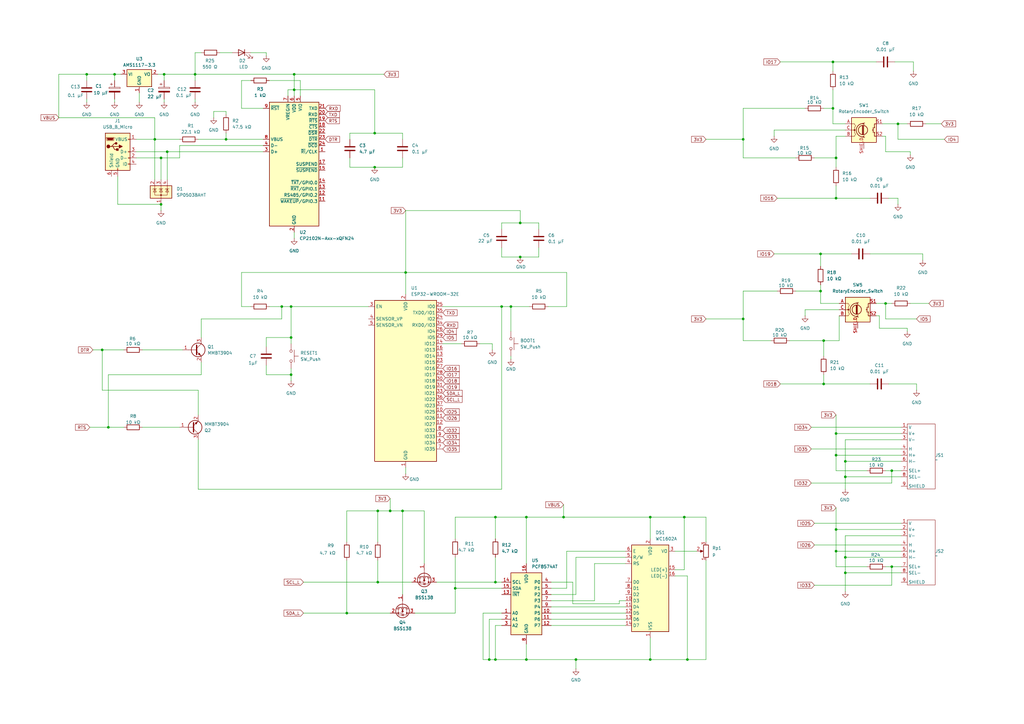
<source format=kicad_sch>
(kicad_sch (version 20250114) (generator "eeschema") (generator_version "9.0")
  (paper "A3")
  (junction (at 236.22 270.51))
  (junction (at 203.2 270.51))
  (junction (at 153.67 54.61))
  (junction (at 281.94 270.51))
  (junction (at 80.01 30.48))
  (junction (at 342.9 64.77))
  (junction (at 304.8 130.81))
  (junction (at 160.02 209.55))
  (junction (at 165.1 209.55))
  (junction (at 68.58 62.23))
  (junction (at 363.22 124.46))
  (junction (at 200.66 270.51))
  (junction (at 203.2 212.09))
  (junction (at 120.65 36.83))
  (junction (at 266.7 212.09))
  (junction (at 154.94 238.76))
  (junction (at 368.3 50.8))
  (junction (at 231.14 212.09))
  (junction (at 337.82 157.48))
  (junction (at 153.67 68.58))
  (junction (at 41.91 143.51))
  (junction (at 205.74 125.73))
  (junction (at 365.76 232.41))
  (junction (at 213.36 105.41))
  (junction (at 209.55 125.73))
  (junction (at 44.45 175.26))
  (junction (at 341.63 25.4))
  (junction (at 280.67 212.09))
  (junction (at 346.71 228.6))
  (junction (at 203.2 238.76))
  (junction (at 215.9 270.51))
  (junction (at 46.99 30.48))
  (junction (at 186.69 241.3))
  (junction (at 266.7 270.51))
  (junction (at 154.94 209.55))
  (junction (at 92.71 57.15))
  (junction (at 342.9 186.69))
  (junction (at 142.24 251.46))
  (junction (at 213.36 91.44))
  (junction (at 35.56 30.48))
  (junction (at 215.9 212.09))
  (junction (at 119.38 138.43))
  (junction (at 66.04 64.77))
  (junction (at 342.9 226.06))
  (junction (at 341.63 44.45))
  (junction (at 342.9 81.28))
  (junction (at 66.04 83.82))
  (junction (at 342.9 217.17))
  (junction (at 337.82 139.7))
  (junction (at 346.71 234.95))
  (junction (at 67.31 30.48))
  (junction (at 346.71 195.58))
  (junction (at 120.65 30.48))
  (junction (at 342.9 177.8))
  (junction (at 166.37 111.76))
  (junction (at 336.55 119.38))
  (junction (at 119.38 125.73))
  (junction (at 346.71 189.23))
  (junction (at 304.8 57.15))
  (junction (at 365.76 193.04))
  (junction (at 63.5 57.15))
  (junction (at 115.57 125.73))
  (junction (at 336.55 104.14))
  (junction (at 119.38 153.67))
  (wire (pts (xy 289.56 229.87) (xy 289.56 270.51)))
  (wire (pts (xy 41.91 160.02) (xy 41.91 143.51)))
  (wire (pts (xy 220.98 105.41) (xy 213.36 105.41)))
  (wire (pts (xy 82.55 138.43) (xy 82.55 130.81)))
  (wire (pts (xy 24.13 30.48) (xy 35.56 30.48)))
  (wire (pts (xy 201.93 140.97) (xy 201.93 143.51)))
  (wire (pts (xy 342.9 217.17) (xy 369.57 217.17)))
  (wire (pts (xy 231.14 212.09) (xy 266.7 212.09)))
  (wire (pts (xy 68.58 62.23) (xy 107.95 62.23)))
  (wire (pts (xy 374.65 25.4) (xy 367.03 25.4)))
  (wire (pts (xy 365.76 198.12) (xy 365.76 193.04)))
  (wire (pts (xy 87.63 45.72) (xy 87.63 48.26)))
  (wire (pts (xy 102.87 33.02) (xy 99.06 33.02)))
  (wire (pts (xy 203.2 228.6) (xy 203.2 238.76)))
  (wire (pts (xy 119.38 153.67) (xy 119.38 156.21)))
  (wire (pts (xy 346.71 180.34) (xy 346.71 189.23)))
  (wire (pts (xy 102.87 125.73) (xy 99.06 125.73)))
  (wire (pts (xy 82.55 21.59) (xy 80.01 21.59)))
  (wire (pts (xy 160.02 204.47) (xy 160.02 209.55)))
  (wire (pts (xy 153.67 54.61) (xy 165.1 54.61)))
  (wire (pts (xy 363.22 130.81) (xy 363.22 124.46)))
  (wire (pts (xy 120.65 30.48) (xy 157.48 30.48)))
  (wire (pts (xy 170.18 251.46) (xy 186.69 251.46)))
  (wire (pts (xy 165.1 54.61) (xy 165.1 57.15)))
  (wire (pts (xy 173.99 231.14) (xy 173.99 209.55)))
  (wire (pts (xy 346.71 228.6) (xy 369.57 228.6)))
  (wire (pts (xy 168.91 238.76) (xy 154.94 238.76)))
  (wire (pts (xy 360.68 134.62) (xy 372.11 134.62)))
  (wire (pts (xy 336.55 104.14) (xy 317.5 104.14)))
  (wire (pts (xy 213.36 91.44) (xy 220.98 91.44)))
  (wire (pts (xy 166.37 86.36) (xy 166.37 111.76)))
  (wire (pts (xy 337.82 157.48) (xy 337.82 153.67)))
  (wire (pts (xy 373.38 124.46) (xy 381 124.46)))
  (wire (pts (xy 123.19 39.37) (xy 123.19 33.02)))
  (wire (pts (xy 342.9 64.77) (xy 342.9 68.58)))
  (wire (pts (xy 363.22 124.46) (xy 365.76 124.46)))
  (wire (pts (xy 337.82 157.48) (xy 356.87 157.48)))
  (wire (pts (xy 276.86 226.06) (xy 285.75 226.06)))
  (wire (pts (xy 110.49 33.02) (xy 123.19 33.02)))
  (wire (pts (xy 236.22 270.51) (xy 236.22 274.32)))
  (wire (pts (xy 209.55 125.73) (xy 209.55 135.89)))
  (wire (pts (xy 165.1 68.58) (xy 153.67 68.58)))
  (wire (pts (xy 368.3 83.82) (xy 368.3 81.28)))
  (wire (pts (xy 120.65 97.79) (xy 120.65 95.25)))
  (wire (pts (xy 281.94 270.51) (xy 266.7 270.51)))
  (wire (pts (xy 346.71 228.6) (xy 346.71 234.95)))
  (wire (pts (xy 231.14 207.01) (xy 231.14 212.09)))
  (wire (pts (xy 334.01 214.63) (xy 369.57 214.63)))
  (wire (pts (xy 143.51 54.61) (xy 153.67 54.61)))
  (wire (pts (xy 215.9 212.09) (xy 231.14 212.09)))
  (wire (pts (xy 58.42 175.26) (xy 73.66 175.26)))
  (wire (pts (xy 198.12 251.46) (xy 198.12 270.51)))
  (wire (pts (xy 304.8 139.7) (xy 316.23 139.7)))
  (wire (pts (xy 344.17 127) (xy 330.2 127)))
  (wire (pts (xy 359.41 25.4) (xy 341.63 25.4)))
  (wire (pts (xy 254 246.38) (xy 256.54 246.38)))
  (wire (pts (xy 226.06 256.54) (xy 256.54 256.54)))
  (wire (pts (xy 361.95 50.8) (xy 368.3 50.8)))
  (wire (pts (xy 63.5 48.26) (xy 63.5 57.15)))
  (wire (pts (xy 57.15 38.1) (xy 57.15 41.91)))
  (wire (pts (xy 317.5 55.88) (xy 317.5 53.34)))
  (wire (pts (xy 68.58 62.23) (xy 68.58 73.66)))
  (wire (pts (xy 304.8 130.81) (xy 304.8 119.38)))
  (wire (pts (xy 332.74 198.12) (xy 365.76 198.12)))
  (wire (pts (xy 359.41 124.46) (xy 363.22 124.46)))
  (wire (pts (xy 119.38 125.73) (xy 119.38 138.43)))
  (wire (pts (xy 82.55 148.59) (xy 82.55 153.67)))
  (wire (pts (xy 226.06 251.46) (xy 256.54 251.46)))
  (wire (pts (xy 289.56 57.15) (xy 304.8 57.15)))
  (wire (pts (xy 344.17 139.7) (xy 344.17 129.54)))
  (wire (pts (xy 205.74 254) (xy 200.66 254)))
  (wire (pts (xy 346.71 234.95) (xy 346.71 242.57)))
  (wire (pts (xy 342.9 76.2) (xy 342.9 81.28)))
  (wire (pts (xy 115.57 130.81) (xy 115.57 125.73)))
  (wire (pts (xy 24.13 48.26) (xy 63.5 48.26)))
  (wire (pts (xy 373.38 62.23) (xy 373.38 63.5)))
  (wire (pts (xy 342.9 226.06) (xy 369.57 226.06)))
  (wire (pts (xy 341.63 50.8) (xy 346.71 50.8)))
  (wire (pts (xy 203.2 212.09) (xy 215.9 212.09)))
  (wire (pts (xy 203.2 256.54) (xy 203.2 270.51)))
  (wire (pts (xy 337.82 139.7) (xy 344.17 139.7)))
  (wire (pts (xy 232.41 226.06) (xy 232.41 241.3)))
  (wire (pts (xy 387.35 57.15) (xy 368.3 57.15)))
  (wire (pts (xy 368.3 57.15) (xy 368.3 50.8)))
  (wire (pts (xy 209.55 146.05) (xy 209.55 147.32)))
  (wire (pts (xy 186.69 220.98) (xy 186.69 212.09)))
  (wire (pts (xy 341.63 36.83) (xy 341.63 44.45)))
  (wire (pts (xy 109.22 138.43) (xy 109.22 142.24)))
  (wire (pts (xy 336.55 119.38) (xy 336.55 124.46)))
  (wire (pts (xy 63.5 57.15) (xy 73.66 57.15)))
  (wire (pts (xy 55.88 64.77) (xy 66.04 64.77)))
  (wire (pts (xy 81.28 180.34) (xy 81.28 200.66)))
  (wire (pts (xy 266.7 270.51) (xy 236.22 270.51)))
  (wire (pts (xy 119.38 151.13) (xy 119.38 153.67)))
  (wire (pts (xy 205.74 256.54) (xy 203.2 256.54)))
  (wire (pts (xy 337.82 139.7) (xy 337.82 146.05)))
  (wire (pts (xy 154.94 229.87) (xy 154.94 238.76)))
  (wire (pts (xy 304.8 64.77) (xy 326.39 64.77)))
  (wire (pts (xy 63.5 57.15) (xy 63.5 73.66)))
  (wire (pts (xy 55.88 62.23) (xy 68.58 62.23)))
  (wire (pts (xy 209.55 125.73) (xy 217.17 125.73)))
  (wire (pts (xy 337.82 44.45) (xy 341.63 44.45)))
  (wire (pts (xy 44.45 175.26) (xy 36.83 175.26)))
  (wire (pts (xy 276.86 236.22) (xy 281.94 236.22)))
  (wire (pts (xy 186.69 241.3) (xy 205.74 241.3)))
  (wire (pts (xy 99.06 33.02) (xy 99.06 44.45)))
  (wire (pts (xy 336.55 116.84) (xy 336.55 119.38)))
  (wire (pts (xy 196.85 140.97) (xy 201.93 140.97)))
  (wire (pts (xy 110.49 125.73) (xy 115.57 125.73)))
  (wire (pts (xy 205.74 91.44) (xy 213.36 91.44)))
  (wire (pts (xy 360.68 129.54) (xy 359.41 129.54)))
  (wire (pts (xy 179.07 238.76) (xy 203.2 238.76)))
  (wire (pts (xy 342.9 177.8) (xy 369.57 177.8)))
  (wire (pts (xy 365.76 240.03) (xy 365.76 232.41)))
  (wire (pts (xy 243.84 231.14) (xy 256.54 231.14)))
  (wire (pts (xy 330.2 127) (xy 330.2 129.54)))
  (wire (pts (xy 234.95 247.65) (xy 254 247.65)))
  (wire (pts (xy 80.01 30.48) (xy 120.65 30.48)))
  (wire (pts (xy 143.51 68.58) (xy 153.67 68.58)))
  (wire (pts (xy 226.06 241.3) (xy 232.41 241.3)))
  (wire (pts (xy 226.06 243.84) (xy 236.22 243.84)))
  (wire (pts (xy 166.37 111.76) (xy 232.41 111.76)))
  (wire (pts (xy 342.9 55.88) (xy 346.71 55.88)))
  (wire (pts (xy 166.37 86.36) (xy 213.36 86.36)))
  (wire (pts (xy 375.92 160.02) (xy 375.92 157.48)))
  (wire (pts (xy 120.65 36.83) (xy 153.67 36.83)))
  (wire (pts (xy 50.8 175.26) (xy 44.45 175.26)))
  (wire (pts (xy 66.04 64.77) (xy 73.66 64.77)))
  (wire (pts (xy 186.69 241.3) (xy 186.69 228.6)))
  (wire (pts (xy 154.94 222.25) (xy 154.94 209.55)))
  (wire (pts (xy 318.77 81.28) (xy 342.9 81.28)))
  (wire (pts (xy 342.9 208.28) (xy 342.9 217.17)))
  (wire (pts (xy 289.56 222.25) (xy 289.56 212.09)))
  (wire (pts (xy 66.04 83.82) (xy 66.04 86.36)))
  (wire (pts (xy 232.41 125.73) (xy 224.79 125.73)))
  (wire (pts (xy 363.22 62.23) (xy 363.22 55.88)))
  (wire (pts (xy 35.56 40.64) (xy 35.56 41.91)))
  (wire (pts (xy 92.71 57.15) (xy 107.95 57.15)))
  (wire (pts (xy 346.71 219.71) (xy 346.71 228.6)))
  (wire (pts (xy 173.99 209.55) (xy 165.1 209.55)))
  (wire (pts (xy 35.56 30.48) (xy 35.56 33.02)))
  (wire (pts (xy 142.24 222.25) (xy 142.24 209.55)))
  (wire (pts (xy 317.5 53.34) (xy 346.71 53.34)))
  (wire (pts (xy 336.55 104.14) (xy 349.25 104.14)))
  (wire (pts (xy 48.26 83.82) (xy 66.04 83.82)))
  (wire (pts (xy 220.98 101.6) (xy 220.98 105.41)))
  (wire (pts (xy 81.28 160.02) (xy 41.91 160.02)))
  (wire (pts (xy 80.01 21.59) (xy 80.01 30.48)))
  (wire (pts (xy 266.7 261.62) (xy 266.7 270.51)))
  (wire (pts (xy 304.8 57.15) (xy 304.8 64.77)))
  (wire (pts (xy 109.22 153.67) (xy 119.38 153.67)))
  (wire (pts (xy 363.22 193.04) (xy 365.76 193.04)))
  (wire (pts (xy 276.86 233.68) (xy 280.67 233.68)))
  (wire (pts (xy 142.24 209.55) (xy 154.94 209.55)))
  (wire (pts (xy 200.66 270.51) (xy 203.2 270.51)))
  (wire (pts (xy 109.22 21.59) (xy 109.22 22.86)))
  (wire (pts (xy 374.65 29.21) (xy 374.65 25.4)))
  (wire (pts (xy 236.22 270.51) (xy 215.9 270.51)))
  (wire (pts (xy 342.9 217.17) (xy 342.9 226.06)))
  (wire (pts (xy 115.57 125.73) (xy 119.38 125.73)))
  (wire (pts (xy 186.69 212.09) (xy 203.2 212.09)))
  (wire (pts (xy 215.9 264.16) (xy 215.9 270.51)))
  (wire (pts (xy 226.06 238.76) (xy 234.95 238.76)))
  (wire (pts (xy 102.87 21.59) (xy 109.22 21.59)))
  (wire (pts (xy 368.3 81.28) (xy 364.49 81.28)))
  (wire (pts (xy 200.66 254) (xy 200.66 270.51)))
  (wire (pts (xy 44.45 153.67) (xy 44.45 175.26)))
  (wire (pts (xy 266.7 212.09) (xy 280.67 212.09)))
  (wire (pts (xy 356.87 104.14) (xy 378.46 104.14)))
  (wire (pts (xy 124.46 251.46) (xy 142.24 251.46)))
  (wire (pts (xy 160.02 251.46) (xy 142.24 251.46)))
  (wire (pts (xy 82.55 153.67) (xy 44.45 153.67)))
  (wire (pts (xy 304.8 119.38) (xy 318.77 119.38)))
  (wire (pts (xy 186.69 251.46) (xy 186.69 241.3)))
  (wire (pts (xy 369.57 219.71) (xy 346.71 219.71)))
  (wire (pts (xy 99.06 44.45) (xy 107.95 44.45)))
  (wire (pts (xy 165.1 243.84) (xy 165.1 209.55)))
  (wire (pts (xy 205.74 125.73) (xy 209.55 125.73)))
  (wire (pts (xy 326.39 119.38) (xy 336.55 119.38)))
  (wire (pts (xy 346.71 234.95) (xy 369.57 234.95)))
  (wire (pts (xy 46.99 40.64) (xy 46.99 41.91)))
  (wire (pts (xy 341.63 25.4) (xy 341.63 29.21)))
  (wire (pts (xy 342.9 186.69) (xy 342.9 193.04)))
  (wire (pts (xy 80.01 30.48) (xy 80.01 33.02)))
  (wire (pts (xy 320.04 157.48) (xy 337.82 157.48)))
  (wire (pts (xy 118.11 39.37) (xy 118.11 36.83)))
  (wire (pts (xy 203.2 220.98) (xy 203.2 212.09)))
  (wire (pts (xy 67.31 30.48) (xy 67.31 33.02)))
  (wire (pts (xy 334.01 223.52) (xy 369.57 223.52)))
  (wire (pts (xy 124.46 238.76) (xy 154.94 238.76)))
  (wire (pts (xy 81.28 200.66) (xy 205.74 200.66)))
  (wire (pts (xy 332.74 184.15) (xy 369.57 184.15)))
  (wire (pts (xy 342.9 232.41) (xy 355.6 232.41)))
  (wire (pts (xy 226.06 246.38) (xy 243.84 246.38)))
  (wire (pts (xy 304.8 44.45) (xy 304.8 57.15)))
  (wire (pts (xy 109.22 149.86) (xy 109.22 153.67)))
  (wire (pts (xy 154.94 209.55) (xy 160.02 209.55)))
  (wire (pts (xy 378.46 104.14) (xy 378.46 106.68)))
  (wire (pts (xy 266.7 212.09) (xy 266.7 220.98)))
  (wire (pts (xy 342.9 193.04) (xy 355.6 193.04)))
  (wire (pts (xy 92.71 54.61) (xy 92.71 57.15)))
  (wire (pts (xy 35.56 30.48) (xy 46.99 30.48)))
  (wire (pts (xy 342.9 64.77) (xy 342.9 55.88)))
  (wire (pts (xy 232.41 111.76) (xy 232.41 125.73)))
  (wire (pts (xy 346.71 189.23) (xy 369.57 189.23)))
  (wire (pts (xy 90.17 21.59) (xy 95.25 21.59)))
  (wire (pts (xy 342.9 81.28) (xy 356.87 81.28)))
  (wire (pts (xy 342.9 170.18) (xy 342.9 177.8)))
  (wire (pts (xy 92.71 45.72) (xy 92.71 46.99)))
  (wire (pts (xy 334.01 64.77) (xy 342.9 64.77)))
  (wire (pts (xy 363.22 62.23) (xy 373.38 62.23)))
  (wire (pts (xy 336.55 124.46) (xy 344.17 124.46)))
  (wire (pts (xy 323.85 139.7) (xy 337.82 139.7)))
  (wire (pts (xy 363.22 232.41) (xy 365.76 232.41)))
  (wire (pts (xy 198.12 270.51) (xy 200.66 270.51)))
  (wire (pts (xy 215.9 231.14) (xy 215.9 212.09)))
  (wire (pts (xy 205.74 200.66) (xy 205.74 125.73)))
  (wire (pts (xy 232.41 226.06) (xy 256.54 226.06)))
  (wire (pts (xy 220.98 91.44) (xy 220.98 93.98)))
  (wire (pts (xy 99.06 111.76) (xy 166.37 111.76)))
  (wire (pts (xy 67.31 30.48) (xy 80.01 30.48)))
  (wire (pts (xy 243.84 246.38) (xy 243.84 231.14)))
  (wire (pts (xy 73.66 64.77) (xy 73.66 59.69)))
  (wire (pts (xy 346.71 195.58) (xy 369.57 195.58)))
  (wire (pts (xy 304.8 130.81) (xy 304.8 139.7)))
  (wire (pts (xy 342.9 226.06) (xy 342.9 232.41)))
  (wire (pts (xy 226.06 254) (xy 256.54 254)))
  (wire (pts (xy 38.1 143.51) (xy 41.91 143.51)))
  (wire (pts (xy 181.61 125.73) (xy 205.74 125.73)))
  (wire (pts (xy 360.68 134.62) (xy 360.68 129.54)))
  (wire (pts (xy 66.04 64.77) (xy 66.04 73.66)))
  (wire (pts (xy 205.74 101.6) (xy 205.74 105.41)))
  (wire (pts (xy 165.1 64.77) (xy 165.1 68.58)))
  (wire (pts (xy 46.99 30.48) (xy 49.53 30.48)))
  (wire (pts (xy 81.28 170.18) (xy 81.28 160.02)))
  (wire (pts (xy 363.22 55.88) (xy 361.95 55.88)))
  (wire (pts (xy 58.42 143.51) (xy 74.93 143.51)))
  (wire (pts (xy 41.91 143.51) (xy 50.8 143.51)))
  (wire (pts (xy 375.92 157.48) (xy 364.49 157.48)))
  (wire (pts (xy 289.56 212.09) (xy 280.67 212.09)))
  (wire (pts (xy 92.71 57.15) (xy 81.28 57.15)))
  (wire (pts (xy 236.22 243.84) (xy 236.22 228.6)))
  (wire (pts (xy 205.74 105.41) (xy 213.36 105.41)))
  (wire (pts (xy 73.66 59.69) (xy 107.95 59.69)))
  (wire (pts (xy 365.76 193.04) (xy 369.57 193.04)))
  (wire (pts (xy 119.38 138.43) (xy 109.22 138.43)))
  (wire (pts (xy 166.37 120.65) (xy 166.37 111.76)))
  (wire (pts (xy 46.99 30.48) (xy 46.99 33.02)))
  (wire (pts (xy 342.9 186.69) (xy 369.57 186.69)))
  (wire (pts (xy 87.63 45.72) (xy 92.71 45.72)))
  (wire (pts (xy 341.63 25.4) (xy 320.04 25.4)))
  (wire (pts (xy 166.37 191.77) (xy 166.37 194.31)))
  (wire (pts (xy 153.67 36.83) (xy 153.67 54.61)))
  (wire (pts (xy 80.01 40.64) (xy 80.01 41.91)))
  (wire (pts (xy 336.55 109.22) (xy 336.55 104.14)))
  (wire (pts (xy 342.9 177.8) (xy 342.9 186.69)))
  (wire (pts (xy 289.56 130.81) (xy 304.8 130.81)))
  (wire (pts (xy 64.77 30.48) (xy 67.31 30.48)))
  (wire (pts (xy 346.71 189.23) (xy 346.71 195.58)))
  (wire (pts (xy 143.51 54.61) (xy 143.51 57.15)))
  (wire (pts (xy 280.67 233.68) (xy 280.67 212.09)))
  (wire (pts (xy 281.94 270.51) (xy 289.56 270.51)))
  (wire (pts (xy 281.94 236.22) (xy 281.94 270.51)))
  (wire (pts (xy 99.06 125.73) (xy 99.06 111.76)))
  (wire (pts (xy 226.06 248.92) (xy 256.54 248.92)))
  (wire (pts (xy 82.55 130.81) (xy 115.57 130.81)))
  (wire (pts (xy 67.31 40.64) (xy 67.31 41.91)))
  (wire (pts (xy 120.65 30.48) (xy 120.65 36.83)))
  (wire (pts (xy 142.24 251.46) (xy 142.24 229.87)))
  (wire (pts (xy 181.61 140.97) (xy 189.23 140.97)))
  (wire (pts (xy 372.11 134.62) (xy 372.11 135.89)))
  (wire (pts (xy 119.38 125.73) (xy 151.13 125.73)))
  (wire (pts (xy 375.92 130.81) (xy 363.22 130.81)))
  (wire (pts (xy 215.9 270.51) (xy 203.2 270.51)))
  (wire (pts (xy 205.74 251.46) (xy 198.12 251.46)))
  (wire (pts (xy 119.38 138.43) (xy 119.38 140.97)))
  (wire (pts (xy 55.88 57.15) (xy 63.5 57.15)))
  (wire (pts (xy 48.26 72.39) (xy 48.26 83.82)))
  (wire (pts (xy 118.11 36.83) (xy 120.65 36.83)))
  (wire (pts (xy 24.13 30.48) (xy 24.13 48.26)))
  (wire (pts (xy 369.57 180.34) (xy 346.71 180.34)))
  (wire (pts (xy 365.76 232.41) (xy 369.57 232.41)))
  (wire (pts (xy 160.02 209.55) (xy 165.1 209.55)))
  (wire (pts (xy 304.8 44.45) (xy 330.2 44.45)))
  (wire (pts (xy 332.74 175.26) (xy 369.57 175.26)))
  (wire (pts (xy 120.65 39.37) (xy 120.65 36.83)))
  (wire (pts (xy 236.22 228.6) (xy 256.54 228.6)))
  (wire (pts (xy 203.2 238.76) (xy 205.74 238.76)))
  (wire (pts (xy 346.71 195.58) (xy 346.71 200.66)))
  (wire (pts (xy 213.36 86.36) (xy 213.36 91.44)))
  (wire (pts (xy 341.63 44.45) (xy 341.63 50.8)))
  (wire (pts (xy 254 247.65) (xy 254 246.38)))
  (wire (pts (xy 368.3 50.8) (xy 372.11 50.8)))
  (wire (pts (xy 234.95 238.76) (xy 234.95 247.65)))
  (wire (pts (xy 334.01 240.03) (xy 365.76 240.03)))
  (wire (pts (xy 379.73 50.8) (xy 386.08 50.8)))
  (wire (pts (xy 205.74 91.44) (xy 205.74 93.98)))
  (wire (pts (xy 143.51 64.77) (xy 143.51 68.58)))
  (global_label "SDA_L" (shape input) (at 181.61 161.29 0) (property "Intersheetrefs" "${INTERSHEET_REFS}" (effects (hide yes))))
  (global_label "TXD" (shape input) (at 133.35 46.99 0) (property "Intersheetrefs" "${INTERSHEET_REFS}" (effects (hide yes))))
  (global_label "IO18" (shape input) (at 320.04 157.48 180) (property "Intersheetrefs" "${INTERSHEET_REFS}" (effects (hide yes))))
  (global_label "DTR" (shape input) (at 133.35 57.15 0) (property "Intersheetrefs" "${INTERSHEET_REFS}" (effects (hide yes))))
  (global_label "SCL_L" (shape input) (at 124.46 238.76 180) (property "Intersheetrefs" "${INTERSHEET_REFS}" (effects (hide yes))))
  (global_label "3V3" (shape input) (at 289.56 130.81 180) (property "Intersheetrefs" "${INTERSHEET_REFS}" (effects (hide yes))))
  (global_label "SCL_L" (shape input) (at 181.61 163.83 0) (property "Intersheetrefs" "${INTERSHEET_REFS}" (effects (hide yes))))
  (global_label "DTR" (shape input) (at 38.1 143.51 180) (property "Intersheetrefs" "${INTERSHEET_REFS}" (effects (hide yes))))
  (global_label "IO26" (shape input) (at 181.61 171.45 0) (property "Intersheetrefs" "${INTERSHEET_REFS}" (effects (hide yes))))
  (global_label "IO5" (shape input) (at 375.92 130.81 0) (property "Intersheetrefs" "${INTERSHEET_REFS}" (effects (hide yes))))
  (global_label "IO35" (shape input) (at 181.61 184.15 0) (property "Intersheetrefs" "${INTERSHEET_REFS}" (effects (hide yes))))
  (global_label "IO16" (shape input) (at 318.77 81.28 180) (property "Intersheetrefs" "${INTERSHEET_REFS}" (effects (hide yes))))
  (global_label "IO16" (shape input) (at 181.61 151.13 0) (property "Intersheetrefs" "${INTERSHEET_REFS}" (effects (hide yes))))
  (global_label "IO17" (shape input) (at 320.04 25.4 180) (property "Intersheetrefs" "${INTERSHEET_REFS}" (effects (hide yes))))
  (global_label "3V3" (shape input) (at 386.08 50.8 0) (property "Intersheetrefs" "${INTERSHEET_REFS}" (effects (hide yes))))
  (global_label "VBUS" (shape input) (at 24.13 48.26 180) (property "Intersheetrefs" "${INTERSHEET_REFS}" (effects (hide yes))))
  (global_label "IO35" (shape input) (at 332.74 184.15 180) (property "Intersheetrefs" "${INTERSHEET_REFS}" (effects (hide yes))))
  (global_label "IO4" (shape input) (at 181.61 135.89 0) (property "Intersheetrefs" "${INTERSHEET_REFS}" (effects (hide yes))))
  (global_label "IO32" (shape input) (at 332.74 198.12 180) (property "Intersheetrefs" "${INTERSHEET_REFS}" (effects (hide yes))))
  (global_label "3V3" (shape input) (at 289.56 57.15 180) (property "Intersheetrefs" "${INTERSHEET_REFS}" (effects (hide yes))))
  (global_label "3V3" (shape input) (at 166.37 86.36 180) (property "Intersheetrefs" "${INTERSHEET_REFS}" (effects (hide yes))))
  (global_label "RTS" (shape input) (at 36.83 175.26 180) (property "Intersheetrefs" "${INTERSHEET_REFS}" (effects (hide yes))))
  (global_label "RTS" (shape input) (at 133.35 49.53 0) (property "Intersheetrefs" "${INTERSHEET_REFS}" (effects (hide yes))))
  (global_label "3V3" (shape input) (at 157.48 30.48 0) (property "Intersheetrefs" "${INTERSHEET_REFS}" (effects (hide yes))))
  (global_label "IO25" (shape input) (at 334.01 214.63 180) (property "Intersheetrefs" "${INTERSHEET_REFS}" (effects (hide yes))))
  (global_label "IO34" (shape input) (at 332.74 175.26 180) (property "Intersheetrefs" "${INTERSHEET_REFS}" (effects (hide yes))))
  (global_label "VBUS" (shape input) (at 231.14 207.01 180) (property "Intersheetrefs" "${INTERSHEET_REFS}" (effects (hide yes))))
  (global_label "IO25" (shape input) (at 181.61 168.91 0) (property "Intersheetrefs" "${INTERSHEET_REFS}" (effects (hide yes))))
  (global_label "IO32" (shape input) (at 181.61 176.53 0) (property "Intersheetrefs" "${INTERSHEET_REFS}" (effects (hide yes))))
  (global_label "RXD" (shape input) (at 133.35 44.45 0) (property "Intersheetrefs" "${INTERSHEET_REFS}" (effects (hide yes))))
  (global_label "IO33" (shape input) (at 181.61 179.07 0) (property "Intersheetrefs" "${INTERSHEET_REFS}" (effects (hide yes))))
  (global_label "3V3" (shape input) (at 342.9 170.18 180) (property "Intersheetrefs" "${INTERSHEET_REFS}" (effects (hide yes))))
  (global_label "IO4" (shape input) (at 387.35 57.15 0) (property "Intersheetrefs" "${INTERSHEET_REFS}" (effects (hide yes))))
  (global_label "RXD" (shape input) (at 181.61 133.35 0) (property "Intersheetrefs" "${INTERSHEET_REFS}" (effects (hide yes))))
  (global_label "IO19" (shape input) (at 317.5 104.14 180) (property "Intersheetrefs" "${INTERSHEET_REFS}" (effects (hide yes))))
  (global_label "TXD" (shape input) (at 181.61 128.27 0) (property "Intersheetrefs" "${INTERSHEET_REFS}" (effects (hide yes))))
  (global_label "IO34" (shape input) (at 181.61 181.61 0) (property "Intersheetrefs" "${INTERSHEET_REFS}" (effects (hide yes))))
  (global_label "IO26" (shape input) (at 334.01 223.52 180) (property "Intersheetrefs" "${INTERSHEET_REFS}" (effects (hide yes))))
  (global_label "3V3" (shape input) (at 381 124.46 0) (property "Intersheetrefs" "${INTERSHEET_REFS}" (effects (hide yes))))
  (global_label "3V3" (shape input) (at 160.02 204.47 180) (property "Intersheetrefs" "${INTERSHEET_REFS}" (effects (hide yes))))
  (global_label "IO5" (shape input) (at 181.61 138.43 0) (property "Intersheetrefs" "${INTERSHEET_REFS}" (effects (hide yes))))
  (global_label "IO17" (shape input) (at 181.61 153.67 0) (property "Intersheetrefs" "${INTERSHEET_REFS}" (effects (hide yes))))
  (global_label "3V3" (shape input) (at 342.9 208.28 180) (property "Intersheetrefs" "${INTERSHEET_REFS}" (effects (hide yes))))
  (global_label "IO18" (shape input) (at 181.61 156.21 0) (property "Intersheetrefs" "${INTERSHEET_REFS}" (effects (hide yes))))
  (global_label "IO19" (shape input) (at 181.61 158.75 0) (property "Intersheetrefs" "${INTERSHEET_REFS}" (effects (hide yes))))
  (global_label "IO33" (shape input) (at 334.01 240.03 180) (property "Intersheetrefs" "${INTERSHEET_REFS}" (effects (hide yes))))
  (global_label "SDA_L" (shape input) (at 124.46 251.46 180) (property "Intersheetrefs" "${INTERSHEET_REFS}" (effects (hide yes))))
  (symbol (lib_id "Remote Control:R") (at 193.04 140.97 90) (unit 1)
    (property "Reference" "R7" (at 192.786 136.398 90))
    (property "Value" "10 kΩ" (at 192.786 138.43 90))
    (property "Footprint" "Resistor_SMD:R_0603_1608Metric" (effects (hide yes)))
    (property "Description" "Resistor" (effects (hide yes)))
  )
  (symbol (lib_id "Remote Control:R") (at 186.69 224.79 0) (unit 1)
    (property "Reference" "R11" (at 192.532 223.012 0))
    (property "Value" "4.7 kΩ" (at 191.262 225.552 0))
    (property "Footprint" "Resistor_SMD:R_0603_1608Metric" (effects (hide yes)))
    (property "Description" "Resistor" (effects (hide yes)))
  )
  (symbol (lib_id "Remote Control:C") (at 360.68 81.28 90) (unit 1)
    (property "Reference" "C9" (at 360.68 73.66 90))
    (property "Value" "0.01 µF" (at 360.68 76.2 90))
    (property "Footprint" "Capacitor_SMD:C_0603_1608Metric" (effects (hide yes)))
    (property "Description" "Unpolarized capacitor" (effects (hide yes)))
  )
  (symbol (lib_id "Remote Control:GND") (at 372.11 135.89 0) (unit 1)
    (property "Reference" "#PWR022" (effects (hide yes)))
    (property "Value" "GND" (at 372.11 140.97 0))
    (property "Description" "Power symbol creates a global label with name \"GND\" , ground" (effects (hide yes)))
  )
  (symbol (lib_id "Remote Control:C") (at 109.22 146.05 0) (unit 1)
    (property "Reference" "C7" (at 102.362 146.05 0) (effects (justify left)))
    (property "Value" "1µF" (at 101.854 148.844 0) (effects (justify left)))
    (property "Footprint" "Capacitor_SMD:C_0805_2012Metric" (effects (hide yes)))
    (property "Description" "Unpolarized capacitor" (effects (hide yes)))
  )
  (symbol (lib_id "Remote Control:MMBT3904") (at 78.74 175.26 0) (mirror x) (unit 1)
    (property "Reference" "Q2" (at 83.82 176.5301 0) (effects (justify left)))
    (property "Value" "MMBT3904" (at 83.82 173.9901 0) (effects (justify left)))
    (property "Footprint" "Package_TO_SOT_SMD:SOT-23" (effects (hide yes)))
    (property "Datasheet" "https://www.onsemi.com/pdf/datasheet/pzt3904-d.pdf" (effects (hide yes)))
    (property "Description" "0.2A Ic, 40V Vce, Small Signal NPN Transistor, SOT-23" (effects (hide yes)))
  )
  (symbol (lib_id "Remote Control:R_Potentiometer") (at 289.56 226.06 180) (unit 1)
    (property "Reference" "Rp1" (at 292.1 224.7899 0) (effects (justify right)))
    (property "Value" "p" (at 292.1 227.3299 0) (effects (justify right)))
    (property "Footprint" "Potentiometer_THT:Potentiometer_Bourns_3386P_Vertical" (effects (hide yes)))
    (property "Description" "Potentiometer" (effects (hide yes)))
  )
  (symbol (lib_id "Remote Control:R") (at 359.41 193.04 90) (unit 1)
    (property "Reference" "R23" (at 359.41 188.468 90))
    (property "Value" "10 kΩ" (at 359.41 190.754 90))
    (property "Footprint" "Resistor_SMD:R_0603_1608Metric" (effects (hide yes)))
    (property "Description" "Resistor" (effects (hide yes)))
  )
  (symbol (lib_id "Remote Control:C") (at 363.22 25.4 90) (unit 1)
    (property "Reference" "C8" (at 363.22 17.78 90))
    (property "Value" "0.01 µF" (at 363.22 20.32 90))
    (property "Footprint" "Capacitor_SMD:C_0603_1608Metric" (effects (hide yes)))
    (property "Description" "Unpolarized capacitor" (effects (hide yes)))
  )
  (symbol (lib_id "Device:LED") (at 99.06 21.59 0) (mirror y) (unit 1)
    (property "Reference" "D2" (at 98.044 24.892 0) (effects (justify right)))
    (property "Value" "LED" (at 98.044 27.432 0) (effects (justify right)))
    (property "Footprint" "LED_SMD:LED_0603_1608Metric" (effects (hide yes)))
    (property "Description" "Light emitting diode" (effects (hide yes)))
    (property "Sim.Pins" "1=K 2=A" (effects (hide yes)))
  )
  (symbol (lib_id "Remote Control:GND") (at 153.67 68.58 0) (unit 1)
    (property "Reference" "#PWR011" (effects (hide yes)))
    (property "Value" "GND" (at 153.67 73.66 0))
    (property "Description" "Power symbol creates a global label with name \"GND\" , ground" (effects (hide yes)))
  )
  (symbol (lib_id "Remote Control:R") (at 337.82 149.86 0) (unit 1)
    (property "Reference" "R21" (at 340.36 148.5899 0) (effects (justify left)))
    (property "Value" "10 kΩ" (at 340.36 151.1299 0) (effects (justify left)))
    (property "Footprint" "Resistor_SMD:R_0603_1608Metric" (effects (hide yes)))
    (property "Description" "Resistor" (effects (hide yes)))
  )
  (symbol (lib_name "RotaryEncoder_Switch_1") (lib_id "Remote Control:RotaryEncoder_Switch") (at 351.79 127 0) (unit 1)
    (property "Reference" "SW5" (at 351.79 116.84 0))
    (property "Value" "RotaryEncoder_Switch" (at 351.79 119.38 0))
    (property "Footprint" "Remote_Control:Rotary_Encoder_RC" (effects (hide yes)))
    (property "Description" "Rotary encoder, dual channel, incremental quadrate outputs, with switch" (effects (hide yes)))
  )
  (symbol (lib_id "Remote Control:GND") (at 87.63 48.26 0) (unit 1)
    (property "Reference" "#PWR09" (effects (hide yes)))
    (property "Value" "GND" (at 87.63 53.34 0))
    (property "Description" "Power symbol creates a global label with name \"GND\" , ground" (effects (hide yes)))
  )
  (symbol (lib_id "Remote Control:GND") (at 35.56 41.91 0) (unit 1)
    (property "Reference" "#PWR027" (effects (hide yes)))
    (property "Value" "GND" (at 35.56 46.99 0))
    (property "Description" "Power symbol creates a global label with name \"GND\" , ground" (effects (hide yes)))
  )
  (symbol (lib_id "Remote Control:GND") (at 330.2 129.54 0) (unit 1)
    (property "Reference" "#PWR018" (effects (hide yes)))
    (property "Value" "GND" (at 330.2 134.62 0))
    (property "Description" "Power symbol creates a global label with name \"GND\" , ground" (effects (hide yes)))
  )
  (symbol (lib_id "Remote Control:R") (at 154.94 226.06 180) (unit 1)
    (property "Reference" "R10" (at 149.352 224.282 0))
    (property "Value" "4.7 kΩ" (at 149.352 226.822 0))
    (property "Footprint" "Resistor_SMD:R_0603_1608Metric" (effects (hide yes)))
    (property "Description" "Resistor" (effects (hide yes)))
  )
  (symbol (lib_id "Remote Control:GND") (at 209.55 147.32 0) (unit 1)
    (property "Reference" "#PWR03" (effects (hide yes)))
    (property "Value" "GND" (at 209.55 151.384 0))
    (property "Description" "Power symbol creates a global label with name \"GND\" , ground" (effects (hide yes)))
  )
  (symbol (lib_id "Remote Control:R") (at 86.36 21.59 90) (unit 1)
    (property "Reference" "R25" (at 86.106 24.892 90))
    (property "Value" "550 Ω" (at 86.106 27.432 90))
    (property "Footprint" "Resistor_SMD:R_0603_1608Metric" (effects (hide yes)))
    (property "Description" "Resistor" (effects (hide yes)))
  )
  (symbol (lib_id "Remote Control:AMS1117-3.3") (at 57.15 30.48 0) (unit 1)
    (property "Reference" "U3" (at 57.15 24.13 0))
    (property "Value" "AMS1117-3.3" (at 57.15 26.67 0))
    (property "Footprint" "Package_TO_SOT_SMD:SOT-223-3_TabPin2" (effects (hide yes)))
    (property "Datasheet" "http://www.advanced-monolithic.com/pdf/ds1117.pdf" (effects (hide yes)))
    (property "Description" "1A Low Dropout regulator, positive, 3.3V fixed output, SOT-223" (effects (hide yes)))
  )
  (symbol (lib_id "Remote Control:C") (at 353.06 104.14 90) (unit 1)
    (property "Reference" "C10" (at 353.06 96.52 90))
    (property "Value" "0.01 µF" (at 353.06 99.06 90))
    (property "Footprint" "Capacitor_SMD:C_0603_1608Metric" (effects (hide yes)))
    (property "Description" "Unpolarized capacitor" (effects (hide yes)))
  )
  (symbol (lib_id "Remote Control:C") (at 80.01 36.83 0) (unit 1)
    (property "Reference" "C12" (at 72.644 36.576 0) (effects (justify left)))
    (property "Value" "0.1 µF" (at 78.74 39.1161 0) (effects (justify right)))
    (property "Footprint" "Capacitor_SMD:C_0603_1608Metric" (effects (hide yes)))
    (property "Description" "Unpolarized capacitor" (effects (hide yes)))
  )
  (symbol (lib_id "Remote Control:C_Polarized") (at 46.99 36.83 0) (unit 1)
    (property "Reference" "C1" (at 39.116 35.306 0) (effects (justify left)))
    (property "Value" "10 µF" (at 38.354 38.1 0) (effects (justify left)))
    (property "Footprint" "Capacitor_Tantalum_SMD:CP_EIA-2012-12_Kemet-R" (effects (hide yes)))
    (property "Description" "Polarized capacitor" (effects (hide yes)))
  )
  (symbol (lib_id "Remote Control:GND") (at 378.46 106.68 0) (unit 1)
    (property "Reference" "#PWR014" (effects (hide yes)))
    (property "Value" "GND" (at 378.46 111.76 0))
    (property "Description" "Power symbol creates a global label with name \"GND\" , ground" (effects (hide yes)))
  )
  (symbol (lib_id "Remote Control:R") (at 220.98 125.73 90) (unit 1)
    (property "Reference" "R5" (at 220.98 119.38 90))
    (property "Value" "10 kΩ" (at 220.98 121.92 90))
    (property "Footprint" "Resistor_SMD:R_0603_1608Metric" (effects (hide yes)))
    (property "Description" "Resistor" (effects (hide yes)))
  )
  (symbol (lib_id "Remote Control:R") (at 330.2 64.77 90) (unit 1)
    (property "Reference" "R15" (at 329.946 60.706 90))
    (property "Value" "10 kΩ" (at 329.946 62.738 90))
    (property "Footprint" "Resistor_SMD:R_0603_1608Metric" (effects (hide yes)))
    (property "Description" "Resistor" (effects (hide yes)))
  )
  (symbol (lib_id "Remote Control:SW_Push") (at 119.38 146.05 270) (unit 1)
    (property "Reference" "RESET1" (at 123.19 144.7799 90) (effects (justify left)))
    (property "Value" "SW_Push" (at 123.19 147.3199 90) (effects (justify left)))
    (property "Footprint" "Button_Switch_SMD:SW_SPST_PTS647_Sx38" (effects (hide yes)))
    (property "Description" "Push button switch, generic, two pins" (effects (hide yes)))
  )
  (symbol (lib_id "Remote Control:R") (at 203.2 224.79 180) (unit 1)
    (property "Reference" "R12" (at 205.74 223.5199 0) (effects (justify right)))
    (property "Value" "4.7 kΩ" (at 205.74 226.0599 0) (effects (justify right)))
    (property "Footprint" "Resistor_SMD:R_0603_1608Metric" (effects (hide yes)))
    (property "Description" "Resistor" (effects (hide yes)))
  )
  (symbol (lib_id "Remote Control:GND") (at 368.3 83.82 0) (unit 1)
    (property "Reference" "#PWR015" (effects (hide yes)))
    (property "Value" "GND" (at 368.3 88.9 0))
    (property "Description" "Power symbol creates a global label with name \"GND\" , ground" (effects (hide yes)))
  )
  (symbol (lib_id "Remote Control:C") (at 205.74 97.79 0) (unit 1)
    (property "Reference" "C5" (at 198.12 96.52 0) (effects (justify left)))
    (property "Value" "22 µF" (at 196.088 98.806 0) (effects (justify left)))
    (property "Footprint" "Capacitor_SMD:C_0805_2012Metric" (effects (hide yes)))
    (property "Description" "Unpolarized capacitor" (effects (hide yes)))
  )
  (symbol (lib_id "Remote Control:GND") (at 201.93 143.51 0) (unit 1)
    (property "Reference" "#PWR05" (effects (hide yes)))
    (property "Value" "GND" (at 201.93 148.59 0))
    (property "Description" "Power symbol creates a global label with name \"GND\" , ground" (effects (hide yes)))
  )
  (symbol (lib_id "Remote Control:R") (at 54.61 175.26 90) (unit 1)
    (property "Reference" "R8" (at 54.61 170.688 90))
    (property "Value" "10 kΩ" (at 54.61 173.228 90))
    (property "Footprint" "Resistor_SMD:R_0603_1608Metric" (effects (hide yes)))
    (property "Description" "Resistor" (effects (hide yes)))
  )
  (symbol (lib_id "Remote Control:GND") (at 119.38 156.21 0) (unit 1)
    (property "Reference" "#PWR04" (effects (hide yes)))
    (property "Value" "GND" (at 119.38 161.29 0))
    (property "Description" "Power symbol creates a global label with name \"GND\" , ground" (effects (hide yes)))
  )
  (symbol (lib_id "Remote Control:GND") (at 120.65 97.79 0) (unit 1)
    (property "Reference" "#PWR06" (effects (hide yes)))
    (property "Value" "GND" (at 120.65 102.87 0))
    (property "Description" "Power symbol creates a global label with name \"GND\" , ground" (effects (hide yes)))
  )
  (symbol (lib_id "Remote Control:PCF8574AT") (at 215.9 246.38 0) (unit 1)
    (property "Reference" "U5" (at 218.0433 229.87 0) (effects (justify left)))
    (property "Value" "PCF8574AT" (at 218.0433 232.41 0) (effects (justify left)))
    (property "Footprint" "Package_SO:SOIC-16W_7.5x10.3mm_P1.27mm" (effects (hide yes)))
    (property "Datasheet" "http://www.nxp.com/docs/en/data-sheet/PCF8574_PCF8574A.pdf" (effects (hide yes)))
    (property "Description" "8 Bit Port/Expander to I2C Bus, fixed address bits 0b0111, SOIC-16" (effects (hide yes)))
  )
  (symbol (lib_id "Remote Control:R") (at 342.9 72.39 0) (unit 1)
    (property "Reference" "R16" (at 345.44 71.1199 0) (effects (justify left)))
    (property "Value" "10 kΩ" (at 345.44 73.6599 0) (effects (justify left)))
    (property "Footprint" "Resistor_SMD:R_0603_1608Metric" (effects (hide yes)))
    (property "Description" "Resistor" (effects (hide yes)))
  )
  (symbol (lib_id "Remote Control:R") (at 375.92 50.8 90) (unit 1)
    (property "Reference" "R17" (at 375.92 44.45 90))
    (property "Value" "10 kΩ" (at 375.92 46.99 90))
    (property "Footprint" "Resistor_SMD:R_0603_1608Metric" (effects (hide yes)))
    (property "Description" "Resistor" (effects (hide yes)))
  )
  (symbol (lib_id "Remote Control:GND") (at 67.31 41.91 0) (unit 1)
    (property "Reference" "#PWR026" (effects (hide yes)))
    (property "Value" "GND" (at 67.31 46.99 0))
    (property "Description" "Power symbol creates a global label with name \"GND\" , ground" (effects (hide yes)))
  )
  (symbol (lib_id "Remote Control:R") (at 54.61 143.51 90) (unit 1)
    (property "Reference" "R6" (at 54.356 138.938 90))
    (property "Value" "10 kΩ" (at 54.61 140.97 90))
    (property "Footprint" "Resistor_SMD:R_0603_1608Metric" (effects (hide yes)))
    (property "Description" "Resistor" (effects (hide yes)))
  )
  (symbol (lib_id "Remote Control:BSS138") (at 165.1 248.92 270) (unit 1)
    (property "Reference" "Q4" (at 165.1 255.27 90))
    (property "Value" "BSS138" (at 165.1 257.81 90))
    (property "Footprint" "Package_TO_SOT_SMD:SOT-23" (effects (hide yes)))
    (property "Datasheet" "https://www.onsemi.com/pub/Collateral/BSS138-D.PDF" (effects (hide yes)))
    (property "Description" "50V Vds, 0.22A Id, N-Channel MOSFET, SOT-23" (effects (hide yes)))
  )
  (symbol (lib_id "Remote Control:GND") (at 166.37 194.31 0) (unit 1)
    (property "Reference" "#PWR08" (effects (hide yes)))
    (property "Value" "GND" (at 169.926 196.596 0))
    (property "Description" "Power symbol creates a global label with name \"GND\" , ground" (effects (hide yes)))
  )
  (symbol (lib_id "Remote Control:C") (at 220.98 97.79 0) (unit 1)
    (property "Reference" "C6" (at 224.79 96.5199 0) (effects (justify left)))
    (property "Value" "0.1 µF" (at 224.79 99.0599 0) (effects (justify left)))
    (property "Footprint" "Capacitor_SMD:C_0603_1608Metric" (effects (hide yes)))
    (property "Description" "Unpolarized capacitor" (effects (hide yes)))
  )
  (symbol (lib_id "Remote Control:GND") (at 346.71 200.66 0) (unit 1)
    (property "Reference" "#PWR017" (effects (hide yes)))
    (property "Value" "GND" (at 346.456 204.978 0))
    (property "Description" "Power symbol creates a global label with name \"GND\" , ground" (effects (hide yes)))
  )
  (symbol (lib_id "Remote Control:R") (at 106.68 33.02 90) (unit 1)
    (property "Reference" "R3" (at 106.68 36.576 90))
    (property "Value" "1 kΩ" (at 106.68 39.116 90))
    (property "Footprint" "Resistor_SMD:R_0603_1608Metric" (effects (hide yes)))
    (property "Description" "Resistor" (effects (hide yes)))
  )
  (symbol (lib_id "Remote Control:GND") (at 213.36 105.41 0) (unit 1)
    (property "Reference" "#PWR010" (effects (hide yes)))
    (property "Value" "GND" (at 213.614 109.474 0))
    (property "Description" "Power symbol creates a global label with name \"GND\" , ground" (effects (hide yes)))
  )
  (symbol (lib_id "Remote Control:R") (at 369.57 124.46 90) (unit 1)
    (property "Reference" "R22" (at 369.57 118.11 90))
    (property "Value" "10 kΩ" (at 369.57 120.65 90))
    (property "Footprint" "Resistor_SMD:R_0603_1608Metric" (effects (hide yes)))
    (property "Description" "Resistor" (effects (hide yes)))
  )
  (symbol (lib_id "Remote Control:GND") (at 80.01 41.91 0) (unit 1)
    (property "Reference" "#PWR029" (effects (hide yes)))
    (property "Value" "GND" (at 80.01 46.99 0))
    (property "Description" "Power symbol creates a global label with name \"GND\" , ground" (effects (hide yes)))
  )
  (symbol (lib_id "Remote Control:GND") (at 46.99 41.91 0) (unit 1)
    (property "Reference" "#PWR028" (effects (hide yes)))
    (property "Value" "GND" (at 46.99 46.99 0))
    (property "Description" "Power symbol creates a global label with name \"GND\" , ground" (effects (hide yes)))
  )
  (symbol (lib_id "Remote Control:GND") (at 375.92 160.02 0) (unit 1)
    (property "Reference" "#PWR013" (effects (hide yes)))
    (property "Value" "GND" (at 375.92 165.1 0))
    (property "Description" "Power symbol creates a global label with name \"GND\" , ground" (effects (hide yes)))
  )
  (symbol (lib_id "Remote Control:C") (at 165.1 60.96 0) (unit 1)
    (property "Reference" "C4" (at 168.91 59.6899 0) (effects (justify left)))
    (property "Value" "0.1 µF" (at 168.91 62.2299 0) (effects (justify left)))
    (property "Footprint" "Capacitor_SMD:C_0603_1608Metric" (effects (hide yes)))
    (property "Description" "Unpolarized capacitor" (effects (hide yes)))
  )
  (symbol (lib_id "Remote Control:MMBT3904") (at 80.01 143.51 0) (unit 1)
    (property "Reference" "Q1" (at 85.09 142.2399 0) (effects (justify left)))
    (property "Value" "MMBT3904" (at 85.09 144.7799 0) (effects (justify left)))
    (property "Footprint" "Package_TO_SOT_SMD:SOT-23" (effects (hide yes)))
    (property "Datasheet" "https://www.onsemi.com/pdf/datasheet/pzt3904-d.pdf" (effects (hide yes)))
    (property "Description" "0.2A Ic, 40V Vce, Small Signal NPN Transistor, SOT-23" (effects (hide yes)))
  )
  (symbol (lib_id "Remote Control:R") (at 142.24 226.06 180) (unit 1)
    (property "Reference" "R9" (at 135.636 223.774 0))
    (property "Value" "4.7 kΩ" (at 134.366 226.822 0))
    (property "Footprint" "Resistor_SMD:R_0603_1608Metric" (effects (hide yes)))
    (property "Description" "Resistor" (effects (hide yes)))
  )
  (symbol (lib_name "Joystick_3") (lib_id "Remote Control:Joystick") (at 373.38 185.42 0) (unit 1)
    (property "Reference" "JS1" (at 383.54 186.6899 0) (effects (justify left)))
    (property "Value" "~" (at 383.54 188.595 0) (effects (justify left)))
    (property "Footprint" "Remote_Control:Joystick" (effects (hide yes)))
  )
  (symbol (lib_id "Remote Control:GND") (at 57.15 41.91 0) (unit 1)
    (property "Reference" "#PWR012" (effects (hide yes)))
    (property "Value" "GND" (at 57.15 46.99 0))
    (property "Description" "Power symbol creates a global label with name \"GND\" , ground" (effects (hide yes)))
  )
  (symbol (lib_id "Remote Control:C") (at 35.56 36.83 0) (unit 1)
    (property "Reference" "C13" (at 28.956 35.56 0) (effects (justify left)))
    (property "Value" "0.1 µF" (at 27.686 39.116 0) (effects (justify left)))
    (property "Footprint" "Capacitor_SMD:C_0603_1608Metric" (effects (hide yes)))
    (property "Description" "Unpolarized capacitor" (effects (hide yes)))
  )
  (symbol (lib_id "Remote Control:R") (at 341.63 33.02 0) (unit 1)
    (property "Reference" "R13" (at 344.17 31.7499 0) (effects (justify left)))
    (property "Value" "10 kΩ" (at 344.17 34.2899 0) (effects (justify left)))
    (property "Footprint" "Resistor_SMD:R_0603_1608Metric" (effects (hide yes)))
    (property "Description" "Resistor" (effects (hide yes)))
  )
  (symbol (lib_id "Remote Control:GND") (at 66.04 86.36 0) (unit 1)
    (property "Reference" "#PWR07" (effects (hide yes)))
    (property "Value" "GND" (at 66.04 91.44 0))
    (property "Description" "Power symbol creates a global label with name \"GND\" , ground" (effects (hide yes)))
  )
  (symbol (lib_id "Remote Control:R") (at 77.47 57.15 90) (unit 1)
    (property "Reference" "R1" (at 78.232 51.562 90))
    (property "Value" "22.1 kΩ" (at 78.232 54.102 90))
    (property "Footprint" "Resistor_SMD:R_0805_2012Metric" (effects (hide yes)))
    (property "Description" "Resistor" (effects (hide yes)))
  )
  (symbol (lib_id "Remote Control:C") (at 143.51 60.96 0) (unit 1)
    (property "Reference" "C3" (at 147.32 59.6899 0) (effects (justify left)))
    (property "Value" "4.7 µF" (at 147.32 62.2299 0) (effects (justify left)))
    (property "Footprint" "Capacitor_SMD:C_0805_2012Metric" (effects (hide yes)))
    (property "Description" "Unpolarized capacitor" (effects (hide yes)))
  )
  (symbol (lib_id "Remote Control:SP0503BAHT") (at 66.04 78.74 0) (unit 1)
    (property "Reference" "D1" (at 72.39 77.4699 0) (effects (justify left)))
    (property "Value" "SP0503BAHT" (at 72.39 80.0099 0) (effects (justify left)))
    (property "Footprint" "Package_TO_SOT_SMD:SOT-143" (effects (hide yes)))
    (property "Datasheet" "http://www.littelfuse.com/~/media/files/littelfuse/technical%20resources/documents/data%20sheets/sp05xxba.pdf" (effects (hide yes)))
    (property "Description" "TVS Diode Array, 5.5V Standoff, 3 Channels, SOT-143 package" (effects (hide yes)))
  )
  (symbol (lib_id "Remote Control:R") (at 334.01 44.45 90) (unit 1)
    (property "Reference" "R14" (at 334.01 40.132 90))
    (property "Value" "10 kΩ" (at 334.01 41.91 90))
    (property "Footprint" "Resistor_SMD:R_0603_1608Metric" (effects (hide yes)))
    (property "Description" "Resistor" (effects (hide yes)))
  )
  (symbol (lib_id "Remote Control:GND") (at 374.65 29.21 0) (unit 1)
    (property "Reference" "#PWR016" (effects (hide yes)))
    (property "Value" "GND" (at 374.65 34.29 0))
    (property "Description" "Power symbol creates a global label with name \"GND\" , ground" (effects (hide yes)))
  )
  (symbol (lib_id "Remote Control:GND") (at 109.22 22.86 0) (unit 1)
    (property "Reference" "#PWR025" (effects (hide yes)))
    (property "Value" "GND" (at 109.22 27.94 0))
    (property "Description" "Power symbol creates a global label with name \"GND\" , ground" (effects (hide yes)))
  )
  (symbol (lib_id "Remote Control:R") (at 359.41 232.41 90) (unit 1)
    (property "Reference" "R24" (at 359.156 227.584 90))
    (property "Value" "10 kΩ" (at 359.41 229.87 90))
    (property "Footprint" "Resistor_SMD:R_0603_1608Metric" (effects (hide yes)))
    (property "Description" "Resistor" (effects (hide yes)))
  )
  (symbol (lib_id "Remote Control:GND") (at 373.38 63.5 0) (unit 1)
    (property "Reference" "#PWR021" (effects (hide yes)))
    (property "Value" "GND" (at 373.38 68.58 0))
    (property "Description" "Power symbol creates a global label with name \"GND\" , ground" (effects (hide yes)))
  )
  (symbol (lib_id "Remote Control:R") (at 322.58 119.38 90) (unit 1)
    (property "Reference" "R19" (at 322.326 115.062 90))
    (property "Value" "10 kΩ" (at 322.326 117.094 90))
    (property "Footprint" "Resistor_SMD:R_0603_1608Metric" (effects (hide yes)))
    (property "Description" "Resistor" (effects (hide yes)))
  )
  (symbol (lib_id "Remote Control:R") (at 320.04 139.7 90) (unit 1)
    (property "Reference" "R20" (at 319.786 135.382 90))
    (property "Value" "10 kΩ" (at 319.786 137.414 90))
    (property "Footprint" "Resistor_SMD:R_0603_1608Metric" (effects (hide yes)))
    (property "Description" "Resistor" (effects (hide yes)))
  )
  (symbol (lib_id "Remote Control:C") (at 360.68 157.48 90) (unit 1)
    (property "Reference" "C11" (at 360.68 149.86 90))
    (property "Value" "0.01 µF" (at 360.68 152.4 90))
    (property "Footprint" "Capacitor_SMD:C_0603_1608Metric" (effects (hide yes)))
    (property "Description" "Unpolarized capacitor" (effects (hide yes)))
  )
  (symbol (lib_id "Remote Control:R") (at 106.68 125.73 90) (unit 1)
    (property "Reference" "R4" (at 106.68 119.38 90))
    (property "Value" "10 kΩ" (at 106.68 121.92 90))
    (property "Footprint" "Resistor_SMD:R_0603_1608Metric" (effects (hide yes)))
    (property "Description" "Resistor" (effects (hide yes)))
  )
  (symbol (lib_id "Remote Control:ESP32-WROOM-32E") (at 166.37 156.21 0) (unit 1)
    (property "Reference" "U1" (at 168.5641 118.11 0) (effects (justify left)))
    (property "Value" "ESP32-WROOM-32E" (at 168.5641 120.65 0) (effects (justify left)))
    (property "Footprint" "RF_Module:ESP32-WROOM-32E" (effects (hide yes)))
    (property "Datasheet" "https://www.espressif.com/sites/default/files/documentation/esp32-wroom-32e_esp32-wroom-32ue_datasheet_en.pdf" (effects (hide yes)))
    (property "Description" "RF Module, ESP32-D0WD-V3 SoC, without PSRAM, Wi-Fi 802.11b/g/n, Bluetooth, BLE, 32-bit, 2.7-3.6V, onboard antenna, SMD" (effects (hide yes)))
  )
  (symbol (lib_id "Remote Control:R") (at 92.71 50.8 0) (unit 1)
    (property "Reference" "R2" (at 95.25 49.5299 0) (effects (justify left)))
    (property "Value" "47.5 kΩ" (at 95.25 52.0699 0) (effects (justify left)))
    (property "Footprint" "Resistor_SMD:R_0603_1608Metric" (effects (hide yes)))
    (property "Description" "Resistor" (effects (hide yes)))
  )
  (symbol (lib_name "Joystick_2") (lib_id "Remote Control:Joystick") (at 373.38 224.79 0) (unit 1)
    (property "Reference" "JS2" (at 383.54 226.0599 0) (effects (justify left)))
    (property "Value" "~" (at 383.54 227.965 0) (effects (justify left)))
    (property "Footprint" "Remote_Control:Joystick" (effects (hide yes)))
  )
  (symbol (lib_id "Remote Control:BSS138") (at 173.99 236.22 270) (unit 1)
    (property "Reference" "Q3" (at 173.99 242.57 90))
    (property "Value" "BSS138" (at 173.99 245.11 90))
    (property "Footprint" "Package_TO_SOT_SMD:SOT-23" (effects (hide yes)))
    (property "Datasheet" "https://www.onsemi.com/pub/Collateral/BSS138-D.PDF" (effects (hide yes)))
    (property "Description" "50V Vds, 0.22A Id, N-Channel MOSFET, SOT-23" (effects (hide yes)))
  )
  (symbol (lib_id "Remote Control:CP2102N-Axx-xQFN24") (at 120.65 67.31 0) (unit 1)
    (property "Reference" "U2" (at 122.8441 95.25 0) (effects (justify left)))
    (property "Value" "CP2102N-Axx-xQFN24" (at 122.8441 97.79 0) (effects (justify left)))
    (property "Footprint" "Package_DFN_QFN:QFN-24-1EP_4x4mm_P0.5mm_EP2.6x2.6mm" (effects (hide yes)))
    (property "Datasheet" "https://www.silabs.com/documents/public/data-sheets/cp2102n-datasheet.pdf" (effects (hide yes)))
    (property "Description" "USB to UART master bridge, QFN-24" (effects (hide yes)))
  )
  (symbol (lib_id "Remote Control:R") (at 336.55 113.03 0) (unit 1)
    (property "Reference" "R18" (at 339.09 111.7599 0) (effects (justify left)))
    (property "Value" "10 kΩ" (at 339.09 114.2999 0) (effects (justify left)))
    (property "Footprint" "Resistor_SMD:R_0603_1608Metric" (effects (hide yes)))
    (property "Description" "Resistor" (effects (hide yes)))
  )
  (symbol (lib_id "Remote Control:WC1602A") (at 266.7 241.3 0) (unit 1)
    (property "Reference" "DS1" (at 268.8433 218.44 0) (effects (justify left)))
    (property "Value" "WC1602A" (at 268.8433 220.98 0) (effects (justify left)))
    (property "Footprint" "Display:WC1602A" (effects (hide yes)))
    (property "Datasheet" "http://www.wincomlcd.com/pdf/WC1602A-SFYLYHTC06.pdf" (effects (hide yes)))
    (property "Description" "LCD 16x2 Alphanumeric , 8 bit parallel bus, 5V VDD" (effects (hide yes)))
  )
  (symbol (lib_id "Remote Control:GND") (at 236.22 274.32 0) (unit 1)
    (property "Reference" "#PWR023" (effects (hide yes)))
    (property "Value" "GND" (at 236.22 278.892 0))
    (property "Description" "Power symbol creates a global label with name \"GND\" , ground" (effects (hide yes)))
  )
  (symbol (lib_id "Remote Control:SW_Push") (at 209.55 140.97 270) (unit 1)
    (property "Reference" "BOOT1" (at 213.36 139.6999 90) (effects (justify left)))
    (property "Value" "SW_Push" (at 213.36 142.2399 90) (effects (justify left)))
    (property "Footprint" "Button_Switch_SMD:SW_SPST_PTS647_Sx38" (effects (hide yes)))
    (property "Description" "Push button switch, generic, two pins" (effects (hide yes)))
  )
  (symbol (lib_id "Remote Control:USB_B_Micro") (at 48.26 62.23 0) (unit 1)
    (property "Reference" "J1" (at 48.26 49.53 0))
    (property "Value" "USB_B_Micro" (at 48.26 52.07 0))
    (property "Footprint" "Connector_USB:USB_Micro-B_Amphenol_10103594-0001LF_Horizontal" (effects (hide yes)))
    (property "Description" "USB Micro Type B connector" (effects (hide yes)))
  )
  (symbol (lib_id "Remote Control:GND") (at 317.5 55.88 0) (unit 1)
    (property "Reference" "#PWR019" (effects (hide yes)))
    (property "Value" "GND" (at 317.5 60.96 0))
    (property "Description" "Power symbol creates a global label with name \"GND\" , ground" (effects (hide yes)))
  )
  (symbol (lib_id "Remote Control:GND") (at 346.71 242.57 0) (unit 1)
    (property "Reference" "#PWR020" (effects (hide yes)))
    (property "Value" "GND" (at 346.71 247.65 0))
    (property "Description" "Power symbol creates a global label with name \"GND\" , ground" (effects (hide yes)))
  )
  (symbol (lib_name "RotaryEncoder_Switch_1") (lib_id "Remote Control:RotaryEncoder_Switch") (at 354.33 53.34 0) (unit 1)
    (property "Reference" "SW1" (at 354.33 43.18 0))
    (property "Value" "RotaryEncoder_Switch" (at 354.33 45.72 0))
    (property "Footprint" "Remote_Control:Rotary_Encoder_RC" (effects (hide yes)))
    (property "Description" "Rotary encoder, dual channel, incremental quadrate outputs, with switch" (effects (hide yes)))
  )
  (symbol (lib_id "Remote Control:C_Polarized") (at 67.31 36.83 0) (unit 1)
    (property "Reference" "C2" (at 60.452 37.084 0) (effects (justify left)))
    (property "Value" "22 µF" (at 60.452 39.624 0) (effects (justify left)))
    (property "Footprint" "Capacitor_Tantalum_SMD:CP_EIA-2012-12_Kemet-R" (effects (hide yes)))
    (property "Description" "Polarized capacitor" (effects (hide yes)))
  )
)
</source>
